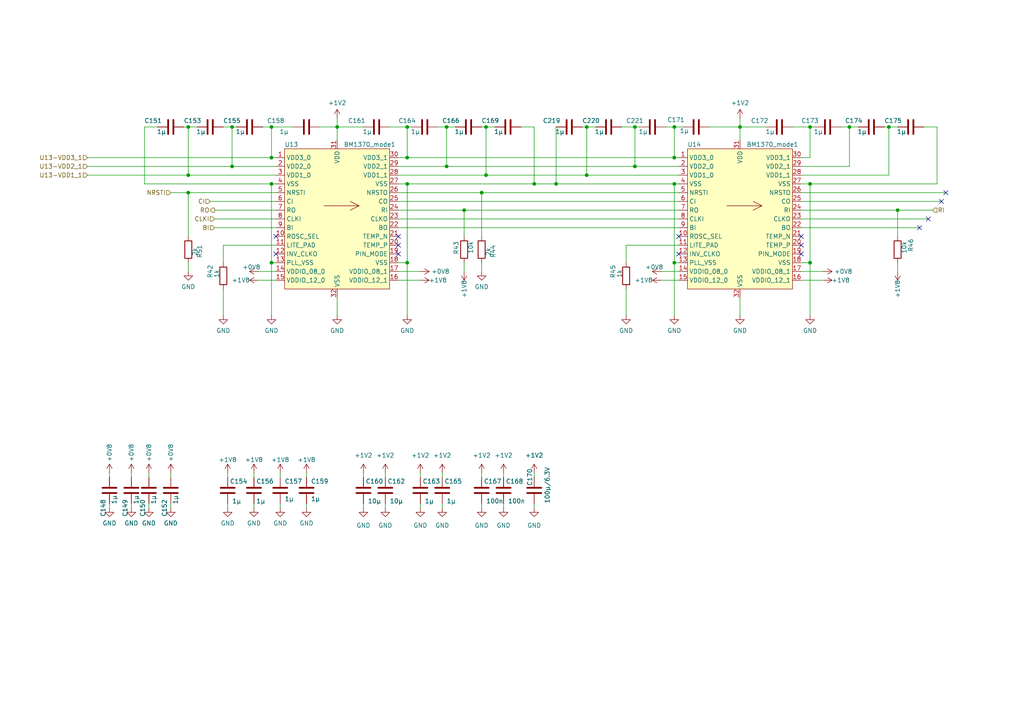
<source format=kicad_sch>
(kicad_sch (version 20231120) (generator "eeschema") (generator_version "8.0")
  (paper "A4")
  (lib_symbols
    (symbol "Device:C" (pin_numbers hide) (pin_names (offset 0.254))
      (property "Reference" "C" (at 0.635 2.54 0))
      (property "Value" "C" (at 0.635 -2.54 0))
      (symbol "C_0_1"
        (polyline (pts (xy -2.032 -0.762) (xy 2.032 -0.762)) (stroke (width 0.508)))
        (polyline (pts (xy -2.032 0.762) (xy 2.032 0.762)) (stroke (width 0.508)))
      )
      (symbol "C_1_1"
        (pin passive line (at 0 3.81 270) (length 2.794) (name "~") (number "1"))
        (pin passive line (at 0 -3.81 90) (length 2.794) (name "~") (number "2"))
      )
    )
    (symbol "Device:R" (pin_numbers hide) (pin_names (offset 0))
      (property "Reference" "R" (at 2.032 0 90))
      (property "Value" "R" (at 0 0 90))
      (symbol "R_0_1"
        (rectangle (start -1.016 -2.54) (end 1.016 2.54) (stroke (width 0.254)))
      )
      (symbol "R_1_1"
        (pin passive line (at 0 3.81 270) (length 1.27) (name "~") (number "1"))
        (pin passive line (at 0 -3.81 90) (length 1.27) (name "~") (number "2"))
      )
    )
    (symbol "GND_7" (power) (pin_names (offset 0))
      (property "Value" "GND_7" (at 0 -3.81 0))
      (symbol "GND_7_0_1"
        (polyline (pts (xy 0 0) (xy 0 -1.27) (xy 1.27 -1.27) (xy 0 -2.54) (xy -1.27 -1.27) (xy 0 -1.27)))
      )
      (symbol "GND_7_1_1"
        (pin power_in line (at 0 0 270) (length 0) hide (name "GND") (number "1"))
      )
    )
    (symbol "bitaxe:BM1370_mode1"
      (property "Reference" "U4" (at -15.24 21.59 0))
      (property "Value" "BM1370_mode1" (at 1.905 21.59 0))
      (symbol "BM1370_mode1_0_1"
        (rectangle (start -15.24 20.32) (end 15.24 -20.32) (fill (type background)))
        (polyline (pts (xy -3.81 3.81) (xy 6.35 3.81)))
        (polyline (pts (xy 3.81 2.54) (xy 6.35 3.81)))
        (polyline (pts (xy 3.81 5.08) (xy 6.35 3.81)))
      )
      (symbol "BM1370_mode1_1_1"
        (pin power_in line (at -17.78 17.78 0) (length 2.54) (name "VDD3_0") (number "1"))
        (pin unspecified line (at -17.78 -5.08 0) (length 2.54) (name "ROSC_SEL") (number "10"))
        (pin unspecified line (at -17.78 -7.62 0) (length 2.54) (name "LITE_PAD") (number "11"))
        (pin unspecified line (at -17.78 -10.16 0) (length 2.54) (name "INV_CLKO") (number "12"))
        (pin power_in line (at -17.78 -12.7 0) (length 2.54) (name "PLL_VSS") (number "13"))
        (pin power_in line (at -17.78 -15.24 0) (length 2.54) (name "VDDIO_08_0") (number "14"))
        (pin power_in line (at -17.78 -17.78 0) (length 2.54) (name "VDDIO_12_0") (number "15"))
        (pin power_in line (at 17.78 -17.78 180) (length 2.54) (name "VDDIO_12_1") (number "16"))
        (pin power_in line (at 17.78 -15.24 180) (length 2.54) (name "VDDIO_08_1") (number "17"))
        (pin power_in line (at 17.78 -12.7 180) (length 2.54) (name "VSS") (number "18"))
        (pin input line (at 17.78 -10.16 180) (length 2.54) (name "PIN_MODE") (number "19"))
        (pin power_in line (at -17.78 15.24 0) (length 2.54) (name "VDD2_0") (number "2"))
        (pin unspecified line (at 17.78 -7.62 180) (length 2.54) (name "TEMP_P") (number "20"))
        (pin unspecified line (at 17.78 -5.08 180) (length 2.54) (name "TEMP_N") (number "21"))
        (pin output line (at 17.78 -2.54 180) (length 2.54) (name "BO") (number "22"))
        (pin output line (at 17.78 0 180) (length 2.54) (name "CLKO") (number "23"))
        (pin input line (at 17.78 2.54 180) (length 2.54) (name "RI") (number "24"))
        (pin output line (at 17.78 5.08 180) (length 2.54) (name "CO") (number "25"))
        (pin output line (at 17.78 7.62 180) (length 2.54) (name "NRSTO") (number "26"))
        (pin power_in line (at 17.78 10.16 180) (length 2.54) (name "VSS") (number "27"))
        (pin power_in line (at 17.78 12.7 180) (length 2.54) (name "VDD1_1") (number "28"))
        (pin power_in line (at 17.78 15.24 180) (length 2.54) (name "VDD2_1") (number "29"))
        (pin power_in line (at -17.78 12.7 0) (length 2.54) (name "VDD1_0") (number "3"))
        (pin power_in line (at 17.78 17.78 180) (length 2.54) (name "VDD3_1") (number "30"))
        (pin power_in line (at 0 22.86 270) (length 2.54) (name "VDD") (number "31"))
        (pin power_in line (at 0 -22.86 90) (length 2.54) (name "VSS") (number "32"))
        (pin power_in line (at -17.78 10.16 0) (length 2.54) (name "VSS") (number "4"))
        (pin input line (at -17.78 7.62 0) (length 2.54) (name "NRSTI") (number "5"))
        (pin input line (at -17.78 5.08 0) (length 2.54) (name "CI") (number "6"))
        (pin output line (at -17.78 2.54 0) (length 2.54) (name "RO") (number "7"))
        (pin input line (at -17.78 0 0) (length 2.54) (name "CLKI") (number "8"))
        (pin input line (at -17.78 -2.54 0) (length 2.54) (name "BI") (number "9"))
      )
    )
    (symbol "mylib7:+0V8" (power) (exclude_from_sim yes) (in_bom no) (on_board no)
      (property "Value" "+0V8" (at 0 3.175 90))
      (symbol "+0V8_0_1"
        (polyline (pts (xy -0.762 1.27) (xy 0 2.54)))
        (polyline (pts (xy 0 0) (xy 0 2.54)))
        (polyline (pts (xy 0 2.54) (xy 0.762 1.27)))
      )
      (symbol "+0V8_1_1"
        (pin power_in line (at 0 0 90) (length 0) hide (name "+0V8") (number "1"))
      )
    )
    (symbol "power:+1V2" (power) (pin_names (offset 0))
      (property "Value" "+1V2" (at 0 3.556 0))
      (symbol "+1V2_0_1"
        (polyline (pts (xy -0.762 1.27) (xy 0 2.54)))
        (polyline (pts (xy 0 0) (xy 0 2.54)))
        (polyline (pts (xy 0 2.54) (xy 0.762 1.27)))
      )
      (symbol "+1V2_1_1"
        (pin power_in line (at 0 0 90) (length 0) hide (name "+1V2") (number "1"))
      )
    )
    (symbol "power:+1V8" (power) (pin_names (offset 0))
      (property "Value" "+1V8" (at 0 3.556 0))
      (symbol "+1V8_0_1"
        (polyline (pts (xy -0.762 1.27) (xy 0 2.54)))
        (polyline (pts (xy 0 0) (xy 0 2.54)))
        (polyline (pts (xy 0 2.54) (xy 0.762 1.27)))
      )
      (symbol "+1V8_1_1"
        (pin power_in line (at 0 0 90) (length 0) hide (name "+1V8") (number "1"))
      )
    )
    (symbol "power:GND" (power) (pin_names (offset 0))
      (property "Value" "GND" (at 0 -3.81 0))
      (symbol "GND_0_1"
        (polyline (pts (xy 0 0) (xy 0 -1.27) (xy 1.27 -1.27) (xy 0 -2.54) (xy -1.27 -1.27) (xy 0 -1.27)))
      )
      (symbol "GND_1_1"
        (pin power_in line (at 0 0 270) (length 0) hide (name "GND") (number "1"))
      )
    )
  )
  (junction (at 118.11 45.72))
  (junction (at 184.15 36.83))
  (junction (at 67.31 36.83))
  (junction (at 118.11 36.83))
  (junction (at 170.18 50.8))
  (junction (at 246.38 36.83))
  (junction (at 257.81 36.83))
  (junction (at 78.74 76.2))
  (junction (at 140.97 50.8))
  (junction (at 154.94 53.34))
  (junction (at 195.58 36.83))
  (junction (at 54.61 50.8))
  (junction (at 139.7 55.88))
  (junction (at 134.62 60.96))
  (junction (at 54.61 55.88))
  (junction (at 67.31 48.26))
  (junction (at 234.95 53.34))
  (junction (at 78.74 45.72))
  (junction (at 234.95 76.2))
  (junction (at 97.79 36.83))
  (junction (at 78.74 36.83))
  (junction (at 195.58 45.72))
  (junction (at 129.54 36.83))
  (junction (at 184.15 48.26))
  (junction (at 118.11 53.34))
  (junction (at 214.63 36.83))
  (junction (at 78.74 53.34))
  (junction (at 195.58 76.2))
  (junction (at 118.11 76.2))
  (junction (at 140.97 36.83))
  (junction (at 260.35 60.96))
  (junction (at 234.95 36.83))
  (junction (at 129.54 48.26))
  (junction (at 54.61 36.83))
  (junction (at 170.18 36.83))
  (junction (at 161.29 53.34))
  (junction (at 195.58 53.34))
  (no_connect (at 266.7 66.04))
  (no_connect (at 196.85 68.58))
  (no_connect (at 115.57 68.58))
  (no_connect (at 115.57 73.66))
  (no_connect (at 196.85 73.66))
  (no_connect (at 269.24 63.5))
  (no_connect (at 232.41 73.66))
  (no_connect (at 115.57 71.12))
  (no_connect (at 232.41 71.12))
  (no_connect (at 274.32 55.88))
  (no_connect (at 80.01 68.58))
  (no_connect (at 80.01 73.66))
  (no_connect (at 273.05 58.42))
  (no_connect (at 232.41 68.58))
  (wire (pts (xy 115.57 50.8) (xy 140.97 50.8)))
  (wire (pts (xy 139.7 146.05) (xy 139.7 147.32)))
  (wire (pts (xy 170.18 36.83) (xy 172.72 36.83)))
  (wire (pts (xy 78.74 45.72) (xy 80.01 45.72)))
  (wire (pts (xy 260.35 60.96) (xy 260.35 68.58)))
  (wire (pts (xy 271.78 53.34) (xy 271.78 36.83)))
  (wire (pts (xy 196.85 53.34) (xy 195.58 53.34)))
  (wire (pts (xy 154.94 36.83) (xy 151.13 36.83)))
  (wire (pts (xy 234.95 53.34) (xy 234.95 76.2)))
  (wire (pts (xy 246.38 48.26) (xy 246.38 36.83)))
  (wire (pts (xy 74.93 81.28) (xy 80.01 81.28)))
  (wire (pts (xy 234.95 53.34) (xy 271.78 53.34)))
  (wire (pts (xy 181.61 71.12) (xy 196.85 71.12)))
  (wire (pts (xy 214.63 34.29) (xy 214.63 36.83)))
  (wire (pts (xy 88.9 146.05) (xy 88.9 147.32)))
  (wire (pts (xy 121.92 146.05) (xy 121.92 147.32)))
  (wire (pts (xy 234.95 36.83) (xy 236.22 36.83)))
  (wire (pts (xy 191.77 81.28) (xy 196.85 81.28)))
  (wire (pts (xy 260.35 76.2) (xy 260.35 78.74)))
  (wire (pts (xy 232.41 53.34) (xy 234.95 53.34)))
  (wire (pts (xy 134.62 60.96) (xy 196.85 60.96)))
  (wire (pts (xy 97.79 34.29) (xy 97.79 36.83)))
  (wire (pts (xy 198.12 36.83) (xy 195.58 36.83)))
  (wire (pts (xy 181.61 83.82) (xy 181.61 91.44)))
  (wire (pts (xy 195.58 76.2) (xy 195.58 91.44)))
  (wire (pts (xy 88.9 138.43) (xy 88.9 137.16)))
  (wire (pts (xy 97.79 86.36) (xy 97.79 91.44)))
  (wire (pts (xy 161.29 53.34) (xy 195.58 53.34)))
  (wire (pts (xy 154.94 53.34) (xy 154.94 36.83)))
  (wire (pts (xy 139.7 36.83) (xy 140.97 36.83)))
  (wire (pts (xy 118.11 53.34) (xy 154.94 53.34)))
  (wire (pts (xy 154.94 53.34) (xy 161.29 53.34)))
  (wire (pts (xy 118.11 76.2) (xy 118.11 91.44)))
  (wire (pts (xy 43.18 137.16) (xy 43.18 138.43)))
  (wire (pts (xy 78.74 76.2) (xy 78.74 91.44)))
  (wire (pts (xy 78.74 53.34) (xy 78.74 76.2)))
  (wire (pts (xy 78.74 53.34) (xy 41.91 53.34)))
  (wire (pts (xy 128.27 146.05) (xy 128.27 147.32)))
  (wire (pts (xy 49.53 137.16) (xy 49.53 138.43)))
  (wire (pts (xy 64.77 71.12) (xy 64.77 76.2)))
  (wire (pts (xy 67.31 36.83) (xy 68.58 36.83)))
  (wire (pts (xy 115.57 66.04) (xy 196.85 66.04)))
  (wire (pts (xy 128.27 137.16) (xy 128.27 138.43)))
  (wire (pts (xy 73.66 137.16) (xy 73.66 138.43)))
  (wire (pts (xy 134.62 60.96) (xy 134.62 68.58)))
  (wire (pts (xy 191.77 78.74) (xy 196.85 78.74)))
  (wire (pts (xy 97.79 36.83) (xy 97.79 40.64)))
  (wire (pts (xy 271.78 36.83) (xy 267.97 36.83)))
  (wire (pts (xy 113.03 36.83) (xy 118.11 36.83)))
  (wire (pts (xy 115.57 45.72) (xy 118.11 45.72)))
  (wire (pts (xy 234.95 45.72) (xy 234.95 36.83)))
  (wire (pts (xy 31.75 137.16) (xy 31.75 138.43)))
  (wire (pts (xy 41.91 53.34) (xy 41.91 36.83)))
  (wire (pts (xy 54.61 76.2) (xy 54.61 78.74)))
  (wire (pts (xy 111.76 146.05) (xy 111.76 147.32)))
  (wire (pts (xy 154.94 137.16) (xy 154.94 138.43)))
  (wire (pts (xy 170.18 50.8) (xy 196.85 50.8)))
  (wire (pts (xy 81.28 138.43) (xy 81.28 137.16)))
  (wire (pts (xy 129.54 48.26) (xy 129.54 36.83)))
  (wire (pts (xy 54.61 36.83) (xy 57.15 36.83)))
  (wire (pts (xy 115.57 78.74) (xy 121.92 78.74)))
  (wire (pts (xy 232.41 76.2) (xy 234.95 76.2)))
  (wire (pts (xy 78.74 36.83) (xy 85.09 36.83)))
  (wire (pts (xy 31.75 146.05) (xy 31.75 147.32)))
  (wire (pts (xy 184.15 36.83) (xy 184.15 48.26)))
  (wire (pts (xy 129.54 48.26) (xy 184.15 48.26)))
  (wire (pts (xy 64.77 71.12) (xy 80.01 71.12)))
  (wire (pts (xy 232.41 55.88) (xy 274.32 55.88)))
  (wire (pts (xy 269.24 63.5) (xy 232.41 63.5)))
  (wire (pts (xy 38.1 146.05) (xy 38.1 147.32)))
  (wire (pts (xy 54.61 50.8) (xy 80.01 50.8)))
  (wire (pts (xy 115.57 53.34) (xy 118.11 53.34)))
  (wire (pts (xy 54.61 50.8) (xy 54.61 36.83)))
  (wire (pts (xy 115.57 81.28) (xy 121.92 81.28)))
  (wire (pts (xy 38.1 137.16) (xy 38.1 138.43)))
  (wire (pts (xy 257.81 36.83) (xy 260.35 36.83)))
  (wire (pts (xy 181.61 71.12) (xy 181.61 76.2)))
  (wire (pts (xy 161.29 36.83) (xy 161.29 53.34)))
  (wire (pts (xy 25.4 50.8) (xy 54.61 50.8)))
  (wire (pts (xy 195.58 76.2) (xy 196.85 76.2)))
  (wire (pts (xy 256.54 36.83) (xy 257.81 36.83)))
  (wire (pts (xy 232.41 81.28) (xy 238.76 81.28)))
  (wire (pts (xy 180.34 36.83) (xy 184.15 36.83)))
  (wire (pts (xy 232.41 66.04) (xy 266.7 66.04)))
  (wire (pts (xy 146.05 137.16) (xy 146.05 138.43)))
  (wire (pts (xy 64.77 83.82) (xy 64.77 91.44)))
  (wire (pts (xy 54.61 55.88) (xy 54.61 68.58)))
  (wire (pts (xy 25.4 45.72) (xy 78.74 45.72)))
  (wire (pts (xy 214.63 36.83) (xy 222.25 36.83)))
  (wire (pts (xy 170.18 36.83) (xy 170.18 50.8)))
  (wire (pts (xy 62.23 63.5) (xy 80.01 63.5)))
  (wire (pts (xy 195.58 45.72) (xy 196.85 45.72)))
  (wire (pts (xy 140.97 36.83) (xy 143.51 36.83)))
  (wire (pts (xy 41.91 36.83) (xy 45.72 36.83)))
  (wire (pts (xy 195.58 53.34) (xy 195.58 76.2)))
  (wire (pts (xy 115.57 58.42) (xy 196.85 58.42)))
  (wire (pts (xy 127 36.83) (xy 129.54 36.83)))
  (wire (pts (xy 140.97 50.8) (xy 170.18 50.8)))
  (wire (pts (xy 232.41 48.26) (xy 246.38 48.26)))
  (wire (pts (xy 67.31 48.26) (xy 67.31 36.83)))
  (wire (pts (xy 115.57 48.26) (xy 129.54 48.26)))
  (wire (pts (xy 168.91 36.83) (xy 170.18 36.83)))
  (wire (pts (xy 115.57 60.96) (xy 134.62 60.96)))
  (wire (pts (xy 139.7 76.2) (xy 139.7 78.74)))
  (wire (pts (xy 74.93 78.74) (xy 80.01 78.74)))
  (wire (pts (xy 43.18 146.05) (xy 43.18 147.32)))
  (wire (pts (xy 232.41 45.72) (xy 234.95 45.72)))
  (wire (pts (xy 205.74 36.83) (xy 214.63 36.83)))
  (wire (pts (xy 25.4 48.26) (xy 67.31 48.26)))
  (wire (pts (xy 111.76 137.16) (xy 111.76 138.43)))
  (wire (pts (xy 62.23 66.04) (xy 80.01 66.04)))
  (wire (pts (xy 118.11 36.83) (xy 119.38 36.83)))
  (wire (pts (xy 64.77 36.83) (xy 67.31 36.83)))
  (wire (pts (xy 118.11 45.72) (xy 195.58 45.72)))
  (wire (pts (xy 214.63 86.36) (xy 214.63 91.44)))
  (wire (pts (xy 195.58 36.83) (xy 195.58 45.72)))
  (wire (pts (xy 67.31 48.26) (xy 80.01 48.26)))
  (wire (pts (xy 105.41 137.16) (xy 105.41 138.43)))
  (wire (pts (xy 232.41 78.74) (xy 238.76 78.74)))
  (wire (pts (xy 92.71 36.83) (xy 97.79 36.83)))
  (wire (pts (xy 115.57 63.5) (xy 196.85 63.5)))
  (wire (pts (xy 62.23 60.96) (xy 80.01 60.96)))
  (wire (pts (xy 105.41 146.05) (xy 105.41 147.32)))
  (wire (pts (xy 140.97 50.8) (xy 140.97 36.83)))
  (wire (pts (xy 229.87 36.83) (xy 234.95 36.83)))
  (wire (pts (xy 73.66 146.05) (xy 73.66 147.32)))
  (wire (pts (xy 243.84 36.83) (xy 246.38 36.83)))
  (wire (pts (xy 134.62 76.2) (xy 134.62 78.74)))
  (wire (pts (xy 139.7 55.88) (xy 196.85 55.88)))
  (wire (pts (xy 234.95 76.2) (xy 234.95 91.44)))
  (wire (pts (xy 129.54 36.83) (xy 132.08 36.83)))
  (wire (pts (xy 53.34 36.83) (xy 54.61 36.83)))
  (wire (pts (xy 49.53 146.05) (xy 49.53 147.32)))
  (wire (pts (xy 214.63 36.83) (xy 214.63 40.64)))
  (wire (pts (xy 139.7 55.88) (xy 139.7 68.58)))
  (wire (pts (xy 54.61 55.88) (xy 80.01 55.88)))
  (wire (pts (xy 78.74 76.2) (xy 80.01 76.2)))
  (wire (pts (xy 118.11 45.72) (xy 118.11 36.83)))
  (wire (pts (xy 232.41 60.96) (xy 260.35 60.96)))
  (wire (pts (xy 273.05 58.42) (xy 232.41 58.42)))
  (wire (pts (xy 66.04 146.05) (xy 66.04 147.32)))
  (wire (pts (xy 115.57 55.88) (xy 139.7 55.88)))
  (wire (pts (xy 184.15 36.83) (xy 185.42 36.83)))
  (wire (pts (xy 81.28 146.05) (xy 81.28 147.32)))
  (wire (pts (xy 257.81 50.8) (xy 257.81 36.83)))
  (wire (pts (xy 60.96 58.42) (xy 80.01 58.42)))
  (wire (pts (xy 139.7 137.16) (xy 139.7 138.43)))
  (wire (pts (xy 76.2 36.83) (xy 78.74 36.83)))
  (wire (pts (xy 115.57 76.2) (xy 118.11 76.2)))
  (wire (pts (xy 193.04 36.83) (xy 195.58 36.83)))
  (wire (pts (xy 121.92 137.16) (xy 121.92 138.43)))
  (wire (pts (xy 146.05 146.05) (xy 146.05 147.32)))
  (wire (pts (xy 232.41 50.8) (xy 257.81 50.8)))
  (wire (pts (xy 118.11 53.34) (xy 118.11 76.2)))
  (wire (pts (xy 184.15 48.26) (xy 196.85 48.26)))
  (wire (pts (xy 246.38 36.83) (xy 248.92 36.83)))
  (wire (pts (xy 260.35 60.96) (xy 270.51 60.96)))
  (wire (pts (xy 97.79 36.83) (xy 105.41 36.83)))
  (wire (pts (xy 66.04 137.16) (xy 66.04 138.43)))
  (wire (pts (xy 78.74 36.83) (xy 78.74 45.72)))
  (wire (pts (xy 80.01 53.34) (xy 78.74 53.34)))
  (wire (pts (xy 49.53 55.88) (xy 54.61 55.88)))
  (wire (pts (xy 154.94 146.05) (xy 154.94 147.32)))
  (hierarchical_label "RI" (shape input) (at 270.51 60.96 0))
  (hierarchical_label "BI" (shape input) (at 62.23 66.04 180))
  (hierarchical_label "CI" (shape input) (at 60.96 58.42 180))
  (hierarchical_label "RO" (shape output) (at 62.23 60.96 180))
  (hierarchical_label "NRSTI" (shape input) (at 49.53 55.88 180))
  (hierarchical_label "U13-VDD1_1" (shape input) (at 25.4 50.8 180))
  (hierarchical_label "U13-VDD3_1" (shape input) (at 25.4 45.72 180))
  (hierarchical_label "CLKI" (shape input) (at 62.23 63.5 180))
  (hierarchical_label "U13-VDD2_1" (shape input) (at 25.4 48.26 180))
  (symbol (lib_id "power:+1V2") (at 139.7 137.16 0) (unit 1)
    (property "Reference" "#PWR0303" (effects (hide yes)))
    (property "Value" "+1V2" (at 139.7 132.08 0))
  )
  (symbol (lib_id "Device:C") (at 123.19 36.83 90) (unit 1)
    (property "Reference" "C164" (at 120.65 34.29 90) (effects (justify left bottom)))
    (property "Value" "1µ" (at 121.92 37.465 90) (effects (justify left bottom)))
    (property "Footprint" "Capacitor_SMD:C_0805_2012Metric" (effects (hide yes)))
  )
  (symbol (lib_id "power:GND") (at 64.77 91.44 0) (mirror y) (unit 1)
    (property "Reference" "#PWR0278" (effects (hide yes)))
    (property "Value" "GND" (at 64.77 95.885 0))
  )
  (symbol (lib_id "Device:C") (at 121.92 142.24 0) (unit 1)
    (property "Reference" "C163" (at 122.555 140.335 0) (effects (justify left bottom)))
    (property "Value" "1µ" (at 123.19 146.05 0) (effects (justify left bottom)))
    (property "Footprint" "Capacitor_SMD:C_0805_2012Metric" (effects (hide yes)))
  )
  (symbol (lib_id "power:+1V8") (at 88.9 137.16 0) (unit 1)
    (property "Reference" "#PWR0287" (effects (hide yes)))
    (property "Value" "+1V8" (at 88.9 133.35 0))
  )
  (symbol (lib_id "power:+1V8") (at 81.28 137.16 0) (unit 1)
    (property "Reference" "#PWR0285" (effects (hide yes)))
    (property "Value" "+1V8" (at 81.28 133.35 0))
  )
  (symbol (lib_id "Device:C") (at 165.1 36.83 90) (unit 1)
    (property "Reference" "C219" (at 162.56 34.29 90) (effects (justify left bottom)))
    (property "Value" "1µ" (at 163.83 37.465 90) (effects (justify left bottom)))
    (property "Footprint" "Capacitor_SMD:C_0805_2012Metric" (effects (hide yes)))
  )
  (symbol (lib_id "Device:C") (at 264.16 36.83 90) (unit 1)
    (property "Reference" "C175" (at 261.62 34.29 90) (effects (justify left bottom)))
    (property "Value" "1µ" (at 262.89 37.465 90) (effects (justify left bottom)))
    (property "Footprint" "Capacitor_SMD:C_0805_2012Metric" (effects (hide yes)))
  )
  (symbol (lib_id "power:GND") (at 139.7 78.74 0) (mirror y) (unit 1)
    (property "Reference" "#PWR0302" (effects (hide yes)))
    (property "Value" "GND" (at 139.7 83.185 0))
  )
  (symbol (lib_id "power:+1V8") (at 134.62 78.74 180) (unit 1)
    (property "Reference" "#PWR0301" (effects (hide yes)))
    (property "Value" "+1V8" (at 134.62 83.82 90))
  )
  (symbol (lib_id "Device:C") (at 66.04 142.24 0) (unit 1)
    (property "Reference" "C154" (at 66.675 140.335 0) (effects (justify left bottom)))
    (property "Value" "1µ" (at 67.31 146.05 0) (effects (justify left bottom)))
    (property "Footprint" "Capacitor_SMD:C_0805_2012Metric" (effects (hide yes)))
  )
  (symbol (lib_id "power:+1V8") (at 73.66 137.16 0) (unit 1)
    (property "Reference" "#PWR0281" (effects (hide yes)))
    (property "Value" "+1V8" (at 73.66 133.35 0))
  )
  (symbol (lib_id "mylib7:+0V8") (at 38.1 137.16 0) (unit 1)
    (property "Reference" "#U027" (effects (hide yes)))
    (property "Value" "+0V8" (at 38.1 133.985 90) (effects (justify left)))
    (property "Distributor" "-" (effects (hide yes)))
  )
  (symbol (lib_id "Device:C") (at 88.9 142.24 0) (unit 1)
    (property "Reference" "C159" (at 90.17 140.335 0) (effects (justify left bottom)))
    (property "Value" "1µ" (at 90.17 145.415 0) (effects (justify left bottom)))
    (property "Footprint" "Capacitor_SMD:C_0805_2012Metric" (effects (hide yes)))
  )
  (symbol (lib_id "power:+1V2") (at 214.63 34.29 0) (unit 1)
    (property "Reference" "#PWR0312" (effects (hide yes)))
    (property "Value" "+1V2" (at 214.63 29.845 0))
  )
  (symbol (lib_id "power:+1V2") (at 128.27 137.16 0) (unit 1)
    (property "Reference" "#PWR0299" (effects (hide yes)))
    (property "Value" "+1V2" (at 128.27 132.08 0))
  )
  (symbol (lib_id "Device:C") (at 109.22 36.83 90) (unit 1)
    (property "Reference" "C161" (at 106.045 34.29 90) (effects (justify left bottom)))
    (property "Value" "1µ" (at 107.95 37.465 90) (effects (justify left bottom)))
    (property "Footprint" "Capacitor_SMD:C_0805_2012Metric" (effects (hide yes)))
  )
  (symbol (lib_id "power:+1V8") (at 121.92 81.28 270) (unit 1)
    (property "Reference" "#PWR0296" (effects (hide yes)))
    (property "Value" "+1V8" (at 127 81.28 90))
  )
  (symbol (lib_id "bitaxe:BM1370_mode1") (at 97.79 63.5 0) (unit 1)
    (property "Reference" "U13" (at 82.55 41.91 0) (effects (justify left)))
    (property "Value" "BM1370_mode1" (at 99.695 41.91 0) (effects (justify left)))
    (property "Footprint" "Nerd8:BM1370" (effects (hide yes)))
  )
  (symbol (lib_id "power:GND") (at 195.58 91.44 0) (mirror y) (unit 1)
    (property "Reference" "#PWR0311" (effects (hide yes)))
    (property "Value" "GND" (at 195.58 95.885 0))
  )
  (symbol (lib_id "Device:R") (at 260.35 72.39 0) (unit 1)
    (property "Reference" "R46" (at 264.16 71.12 90))
    (property "Value" "10k" (at 262.255 71.755 90))
    (property "Footprint" "Resistor_SMD:R_0805_2012Metric" (effects (hide yes)))
  )
  (symbol (lib_name "GND_7") (lib_id "power:GND") (at 121.92 147.32 0) (unit 1)
    (property "Reference" "#PWR0298" (effects (hide yes)))
    (property "Value" "GND" (at 121.92 152.4 0))
  )
  (symbol (lib_id "power:GND") (at 78.74 91.44 0) (mirror y) (unit 1)
    (property "Reference" "#PWR0284" (effects (hide yes)))
    (property "Value" "GND" (at 78.74 95.885 0))
  )
  (symbol (lib_id "Device:C") (at 240.03 36.83 90) (unit 1)
    (property "Reference" "C173" (at 237.49 34.29 90) (effects (justify left bottom)))
    (property "Value" "1µ" (at 238.76 37.465 90) (effects (justify left bottom)))
    (property "Footprint" "Capacitor_SMD:C_0805_2012Metric" (effects (hide yes)))
  )
  (symbol (lib_id "mylib7:+0V8") (at 74.93 78.74 90) (unit 1)
    (property "Reference" "#U032" (effects (hide yes)))
    (property "Value" "+0V8" (at 75.565 77.47 90) (effects (justify left)))
    (property "Distributor" "-" (effects (hide yes)))
  )
  (symbol (lib_id "power:+1V8") (at 74.93 81.28 90) (unit 1)
    (property "Reference" "#PWR0283" (effects (hide yes)))
    (property "Value" "+1V8" (at 69.85 81.28 90))
  )
  (symbol (lib_id "power:+1V2") (at 105.41 137.16 0) (unit 1)
    (property "Reference" "#PWR0291" (effects (hide yes)))
    (property "Value" "+1V2" (at 105.41 132.08 0))
  )
  (symbol (lib_id "power:GND") (at 43.18 147.32 0) (mirror y) (unit 1)
    (property "Reference" "#PWR0276" (effects (hide yes)))
    (property "Value" "GND" (at 43.18 151.765 0))
  )
  (symbol (lib_id "Device:C") (at 73.66 142.24 0) (unit 1)
    (property "Reference" "C156" (at 74.295 140.335 0) (effects (justify left bottom)))
    (property "Value" "1µ" (at 74.295 146.05 0) (effects (justify left bottom)))
    (property "Footprint" "Capacitor_SMD:C_0805_2012Metric" (effects (hide yes)))
  )
  (symbol (lib_id "power:+1V2") (at 121.92 137.16 0) (unit 1)
    (property "Reference" "#PWR0297" (effects (hide yes)))
    (property "Value" "+1V2" (at 121.92 132.08 0))
  )
  (symbol (lib_id "power:GND") (at 73.66 147.32 0) (mirror y) (unit 1)
    (property "Reference" "#PWR0282" (effects (hide yes)))
    (property "Value" "GND" (at 73.66 151.765 0))
  )
  (symbol (lib_id "power:+1V2") (at 154.94 137.16 0) (unit 1)
    (property "Reference" "#PWR0308" (effects (hide yes)))
    (property "Value" "+1V2" (at 154.94 132.08 0))
  )
  (symbol (lib_id "Device:C") (at 176.53 36.83 90) (unit 1)
    (property "Reference" "C220" (at 173.99 34.29 90) (effects (justify left bottom)))
    (property "Value" "1µ" (at 175.26 37.465 90) (effects (justify left bottom)))
    (property "Footprint" "Capacitor_SMD:C_0805_2012Metric" (effects (hide yes)))
  )
  (symbol (lib_id "bitaxe:BM1370_mode1") (at 214.63 63.5 0) (unit 1)
    (property "Reference" "U14" (at 199.39 41.91 0) (effects (justify left)))
    (property "Value" "BM1370_mode1" (at 216.535 41.91 0) (effects (justify left)))
    (property "Footprint" "Nerd8:BM1370" (effects (hide yes)))
  )
  (symbol (lib_id "power:+1V2") (at 97.79 34.29 0) (unit 1)
    (property "Reference" "#PWR0289" (effects (hide yes)))
    (property "Value" "+1V2" (at 97.79 29.845 0))
  )
  (symbol (lib_name "GND_7") (lib_id "power:GND") (at 105.41 147.32 0) (unit 1)
    (property "Reference" "#PWR0292" (effects (hide yes)))
    (property "Value" "GND" (at 105.41 152.4 0))
  )
  (symbol (lib_id "Device:C") (at 135.89 36.83 90) (unit 1)
    (property "Reference" "C166" (at 133.35 34.29 90) (effects (justify left bottom)))
    (property "Value" "1µ" (at 134.62 37.465 90) (effects (justify left bottom)))
    (property "Footprint" "Capacitor_SMD:C_0805_2012Metric" (effects (hide yes)))
  )
  (symbol (lib_name "GND_7") (lib_id "power:GND") (at 146.05 147.32 0) (unit 1)
    (property "Reference" "#PWR0307" (effects (hide yes)))
    (property "Value" "GND" (at 146.05 152.4 0))
  )
  (symbol (lib_id "Device:C") (at 189.23 36.83 90) (unit 1)
    (property "Reference" "C221" (at 186.69 34.29 90) (effects (justify left bottom)))
    (property "Value" "1µ" (at 187.96 37.465 90) (effects (justify left bottom)))
    (property "Footprint" "Capacitor_SMD:C_0805_2012Metric" (effects (hide yes)))
  )
  (symbol (lib_id "power:GND") (at 81.28 147.32 0) (mirror y) (unit 1)
    (property "Reference" "#PWR0286" (effects (hide yes)))
    (property "Value" "GND" (at 81.28 151.765 0))
  )
  (symbol (lib_id "Device:C") (at 43.18 142.24 180) (unit 1)
    (property "Reference" "C150" (at 40.64 144.78 90) (effects (justify left bottom)))
    (property "Value" "1µ" (at 43.815 143.51 90) (effects (justify left bottom)))
    (property "Footprint" "Capacitor_SMD:C_0805_2012Metric" (effects (hide yes)))
  )
  (symbol (lib_id "Device:C") (at 49.53 36.83 90) (unit 1)
    (property "Reference" "C151" (at 46.99 34.29 90) (effects (justify left bottom)))
    (property "Value" "1µ" (at 48.26 37.465 90) (effects (justify left bottom)))
    (property "Footprint" "Capacitor_SMD:C_0805_2012Metric" (effects (hide yes)))
  )
  (symbol (lib_id "mylib7:+0V8") (at 191.77 78.74 90) (unit 1)
    (property "Reference" "#U035" (effects (hide yes)))
    (property "Value" "+0V8" (at 192.405 77.47 90) (effects (justify left)))
    (property "Distributor" "-" (effects (hide yes)))
  )
  (symbol (lib_id "power:+1V8") (at 260.35 78.74 180) (unit 1)
    (property "Reference" "#PWR0316" (effects (hide yes)))
    (property "Value" "+1V8" (at 260.35 83.82 90))
  )
  (symbol (lib_id "Device:C") (at 111.76 142.24 0) (unit 1)
    (property "Reference" "C162" (at 112.395 140.335 0) (effects (justify left bottom)))
    (property "Value" "10µ" (at 113.03 146.05 0) (effects (justify left bottom)))
    (property "Footprint" "Capacitor_SMD:C_0805_2012Metric" (effects (hide yes)))
    (property "Distributor" "D" (effects (hide yes)))
    (property "Manufacturer" "C2012X5R1E106K125AB" (effects (hide yes)))
    (property "OrderNr" "445-5984-1-ND" (effects (hide yes)))
  )
  (symbol (lib_id "power:+1V8") (at 191.77 81.28 90) (unit 1)
    (property "Reference" "#PWR0310" (effects (hide yes)))
    (property "Value" "+1V8" (at 186.69 81.28 90))
  )
  (symbol (lib_id "Device:R") (at 54.61 72.39 0) (mirror x) (unit 1)
    (property "Reference" "R51" (at 57.912 72.898 90))
    (property "Value" "2k" (at 56.515 73.025 90))
    (property "Footprint" "Resistor_SMD:R_0805_2012Metric" (effects (hide yes)))
  )
  (symbol (lib_id "mylib7:+0V8") (at 43.18 137.16 0) (unit 1)
    (property "Reference" "#U028" (effects (hide yes)))
    (property "Value" "+0V8" (at 43.18 133.985 90) (effects (justify left)))
    (property "Distributor" "-" (effects (hide yes)))
  )
  (symbol (lib_id "Device:C") (at 201.93 36.83 90) (unit 1)
    (property "Reference" "C171" (at 198.628 34.036 90) (effects (justify left bottom)))
    (property "Value" "1µ" (at 199.898 37.211 90) (effects (justify left bottom)))
    (property "Footprint" "Capacitor_SMD:C_0805_2012Metric" (effects (hide yes)))
  )
  (symbol (lib_id "Device:C") (at 60.96 36.83 90) (unit 1)
    (property "Reference" "C153" (at 58.42 34.29 90) (effects (justify left bottom)))
    (property "Value" "1µ" (at 59.69 37.465 90) (effects (justify left bottom)))
    (property "Footprint" "Capacitor_SMD:C_0805_2012Metric" (effects (hide yes)))
  )
  (symbol (lib_id "Device:C") (at 147.32 36.83 90) (unit 1)
    (property "Reference" "C169" (at 144.78 34.29 90) (effects (justify left bottom)))
    (property "Value" "1µ" (at 146.05 37.465 90) (effects (justify left bottom)))
    (property "Footprint" "Capacitor_SMD:C_0805_2012Metric" (effects (hide yes)))
  )
  (symbol (lib_id "power:GND") (at 31.75 147.32 0) (mirror y) (unit 1)
    (property "Reference" "#PWR0274" (effects (hide yes)))
    (property "Value" "GND" (at 31.75 151.765 0))
  )
  (symbol (lib_name "GND_7") (lib_id "power:GND") (at 128.27 147.32 0) (unit 1)
    (property "Reference" "#PWR0300" (effects (hide yes)))
    (property "Value" "GND" (at 128.27 152.4 0))
  )
  (symbol (lib_id "mylib7:+0V8") (at 31.75 137.16 0) (unit 1)
    (property "Reference" "#U026" (effects (hide yes)))
    (property "Value" "+0V8" (at 31.75 133.985 90) (effects (justify left)))
    (property "Distributor" "-" (effects (hide yes)))
  )
  (symbol (lib_id "Device:R") (at 64.77 80.01 0) (mirror y) (unit 1)
    (property "Reference" "R42" (at 60.96 78.74 90))
    (property "Value" "1k" (at 62.865 79.375 90))
    (property "Footprint" "Resistor_SMD:R_0805_2012Metric" (effects (hide yes)))
  )
  (symbol (lib_id "mylib7:+0V8") (at 121.92 78.74 270) (unit 1)
    (property "Reference" "#U033" (effects (hide yes)))
    (property "Value" "+0V8" (at 125.095 78.74 90) (effects (justify left)))
    (property "Distributor" "-" (effects (hide yes)))
  )
  (symbol (lib_id "Device:C") (at 31.75 142.24 180) (unit 1)
    (property "Reference" "C148" (at 29.21 144.78 90) (effects (justify left bottom)))
    (property "Value" "1µ" (at 32.385 143.51 90) (effects (justify left bottom)))
    (property "Footprint" "Capacitor_SMD:C_0805_2012Metric" (effects (hide yes)))
  )
  (symbol (lib_id "Device:C") (at 38.1 142.24 180) (unit 1)
    (property "Reference" "C149" (at 35.56 144.78 90) (effects (justify left bottom)))
    (property "Value" "1µ" (at 38.735 143.51 90) (effects (justify left bottom)))
    (property "Footprint" "Capacitor_SMD:C_0805_2012Metric" (effects (hide yes)))
  )
  (symbol (lib_id "power:GND") (at 118.11 91.44 0) (mirror y) (unit 1)
    (property "Reference" "#PWR0295" (effects (hide yes)))
    (property "Value" "GND" (at 118.11 95.885 0))
  )
  (symbol (lib_id "power:GND") (at 214.63 91.44 0) (mirror y) (unit 1)
    (property "Reference" "#PWR0313" (effects (hide yes)))
    (property "Value" "GND" (at 214.63 95.885 0))
  )
  (symbol (lib_id "Device:C") (at 146.05 142.24 0) (unit 1)
    (property "Reference" "C168" (at 146.685 140.335 0) (effects (justify left bottom)))
    (property "Value" "100n" (at 147.32 146.05 0) (effects (justify left bottom)))
    (property "Footprint" "Capacitor_SMD:C_0805_2012Metric" (effects (hide yes)))
  )
  (symbol (lib_id "Device:C") (at 49.53 142.24 180) (unit 1)
    (property "Reference" "C152" (at 46.99 144.78 90) (effects (justify left bottom)))
    (property "Value" "1µ" (at 50.165 143.51 90) (effects (justify left bottom)))
    (property "Footprint" "Capacitor_SMD:C_0805_2012Metric" (effects (hide yes)))
  )
  (symbol (lib_name "GND_7") (lib_id "power:GND") (at 111.76 147.32 0) (unit 1)
    (property "Reference" "#PWR0294" (effects (hide yes)))
    (property "Value" "GND" (at 111.76 152.4 0))
  )
  (symbol (lib_id "power:GND") (at 66.04 147.32 0) (mirror y) (unit 1)
    (property "Reference" "#PWR0280" (effects (hide yes)))
    (property "Value" "GND" (at 66.04 151.765 0))
  )
  (symbol (lib_id "power:+1V8") (at 66.04 137.16 0) (unit 1)
    (property "Reference" "#PWR0279" (effects (hide yes)))
    (property "Value" "+1V8" (at 66.04 133.35 0))
  )
  (symbol (lib_id "Device:R") (at 181.61 80.01 0) (mirror y) (unit 1)
    (property "Reference" "R45" (at 177.8 78.74 90))
    (property "Value" "1k" (at 179.705 79.375 90))
    (property "Footprint" "Resistor_SMD:R_0805_2012Metric" (effects (hide yes)))
  )
  (symbol (lib_id "Device:C") (at 88.9 36.83 90) (unit 1)
    (property "Reference" "C158" (at 82.55 34.29 90) (effects (justify left bottom)))
    (property "Value" "1µ" (at 83.82 37.465 90) (effects (justify left bottom)))
    (property "Footprint" "Capacitor_SMD:C_0805_2012Metric" (effects (hide yes)))
  )
  (symbol (lib_id "power:GND") (at 97.79 91.44 0) (mirror y) (unit 1)
    (property "Reference" "#PWR0290" (effects (hide yes)))
    (property "Value" "GND" (at 97.79 95.885 0))
  )
  (symbol (lib_id "Device:R") (at 134.62 72.39 0) (unit 1)
    (property "Reference" "R43" (at 132.334 71.882 90))
    (property "Value" "10k" (at 136.525 71.755 90))
    (property "Footprint" "Resistor_SMD:R_0805_2012Metric" (effects (hide yes)))
  )
  (symbol (lib_id "power:GND") (at 54.61 78.74 0) (mirror y) (unit 1)
    (property "Reference" "#PWR0341" (effects (hide yes)))
    (property "Value" "GND" (at 54.61 83.185 0))
  )
  (symbol (lib_id "power:GND") (at 49.53 147.32 0) (mirror y) (unit 1)
    (property "Reference" "#PWR0277" (effects (hide yes)))
    (property "Value" "GND" (at 49.53 151.765 0))
  )
  (symbol (lib_id "Device:C") (at 128.27 142.24 0) (unit 1)
    (property "Reference" "C165" (at 128.905 140.335 0) (effects (justify left bottom)))
    (property "Value" "1µ" (at 129.54 146.05 0) (effects (justify left bottom)))
    (property "Footprint" "Capacitor_SMD:C_0805_2012Metric" (effects (hide yes)))
  )
  (symbol (lib_id "power:GND") (at 38.1 147.32 0) (mirror y) (unit 1)
    (property "Reference" "#PWR0275" (effects (hide yes)))
    (property "Value" "GND" (at 38.1 151.765 0))
  )
  (symbol (lib_id "Device:C") (at 226.06 36.83 90) (unit 1)
    (property "Reference" "C172" (at 222.885 34.29 90) (effects (justify left bottom)))
    (property "Value" "1µ" (at 224.79 37.465 90) (effects (justify left bottom)))
    (property "Footprint" "Capacitor_SMD:C_0805_2012Metric" (effects (hide yes)))
  )
  (symbol (lib_id "Device:C") (at 154.94 142.24 0) (unit 1)
    (property "Reference" "C170" (at 153.67 140.97 90) (effects (justify left)))
    (property "Value" "100µ/6.3V" (at 158.75 146.05 90) (effects (justify left)))
    (property "Footprint" "Capacitor_SMD:C_1210_3225Metric" (effects (hide yes)))
    (property "Distributor" "D" (effects (hide yes)))
    (property "Manufacturer" "C1210C107M8PAC7800" (effects (hide yes)))
    (property "OrderNr" "399-C1210C107M8PAC7800CT-ND" (effects (hide yes)))
  )
  (symbol (lib_id "Device:C") (at 252.73 36.83 90) (unit 1)
    (property "Reference" "C174" (at 250.19 34.29 90) (effects (justify left bottom)))
    (property "Value" "1µ" (at 251.46 37.465 90) (effects (justify left bottom)))
    (property "Footprint" "Capacitor_SMD:C_0805_2012Metric" (effects (hide yes)))
  )
  (symbol (lib_id "power:GND") (at 234.95 91.44 0) (mirror y) (unit 1)
    (property "Reference" "#PWR0314" (effects (hide yes)))
    (property "Value" "GND" (at 234.95 95.885 0))
  )
  (symbol (lib_id "mylib7:+0V8") (at 238.76 78.74 270) (unit 1)
    (property "Reference" "#U036" (effects (hide yes)))
    (property "Value" "+0V8" (at 241.935 78.74 90) (effects (justify left)))
    (property "Distributor" "-" (effects (hide yes)))
  )
  (symbol (lib_id "power:+1V2") (at 146.05 137.16 0) (unit 1)
    (property "Reference" "#PWR0306" (effects (hide yes)))
    (property "Value" "+1V2" (at 146.05 132.08 0))
  )
  (symbol (lib_id "power:GND") (at 154.94 147.32 0) (mirror y) (unit 1)
    (property "Reference" "#PWR0309" (effects (hide yes)))
    (property "Value" "GND" (at 154.94 152.4 0))
  )
  (symbol (lib_id "Device:C") (at 105.41 142.24 0) (unit 1)
    (property "Reference" "C160" (at 106.045 140.335 0) (effects (justify left bottom)))
    (property "Value" "10µ" (at 106.68 146.05 0) (effects (justify left bottom)))
    (property "Footprint" "Capacitor_SMD:C_0805_2012Metric" (effects (hide yes)))
    (property "Distributor" "D" (effects (hide yes)))
    (property "Manufacturer" "C2012X5R1E106K125AB" (effects (hide yes)))
    (property "OrderNr" "445-5984-1-ND" (effects (hide yes)))
  )
  (symbol (lib_id "mylib7:+0V8") (at 49.53 137.16 0) (unit 1)
    (property "Reference" "#U030" (effects (hide yes)))
    (property "Value" "+0V8" (at 49.53 133.985 90) (effects (justify left)))
    (property "Distributor" "-" (effects (hide yes)))
  )
  (symbol (lib_id "power:+1V8") (at 238.76 81.28 270) (unit 1)
    (property "Reference" "#PWR0315" (effects (hide yes)))
    (property "Value" "+1V8" (at 243.84 81.28 90))
  )
  (symbol (lib_id "power:GND") (at 181.61 91.44 0) (mirror y) (unit 1)
    (property "Reference" "#PWR0305" (effects (hide yes)))
    (property "Value" "GND" (at 181.61 95.885 0))
  )
  (symbol (lib_id "Device:C") (at 139.7 142.24 0) (unit 1)
    (property "Reference" "C167" (at 140.335 140.335 0) (effects (justify left bottom)))
    (property "Value" "100n" (at 140.97 146.05 0) (effects (justify left bottom)))
    (property "Footprint" "Capacitor_SMD:C_0805_2012Metric" (effects (hide yes)))
  )
  (symbol (lib_id "power:+1V2") (at 111.76 137.16 0) (unit 1)
    (property "Reference" "#PWR0293" (effects (hide yes)))
    (property "Value" "+1V2" (at 111.76 132.08 0))
  )
  (symbol (lib_id "Device:C") (at 72.39 36.83 90) (unit 1)
    (property "Reference" "C155" (at 69.85 34.29 90) (effects (justify left bottom)))
    (property "Value" "1µ" (at 71.12 37.465 90) (effects (justify left bottom)))
    (property "Footprint" "Capacitor_SMD:C_0805_2012Metric" (effects (hide yes)))
  )
  (symbol (lib_name "GND_7") (lib_id "power:GND") (at 139.7 147.32 0) (unit 1)
    (property "Reference" "#PWR0304" (effects (hide yes)))
    (property "Value" "GND" (at 139.7 152.4 0))
  )
  (symbol (lib_id "power:GND") (at 88.9 147.32 0) (mirror y) (unit 1)
    (property "Reference" "#PWR0288" (effects (hide yes)))
    (property "Value" "GND" (at 88.9 151.765 0))
  )
  (symbol (lib_id "Device:C") (at 81.28 142.24 0) (unit 1)
    (property "Reference" "C157" (at 82.55 140.335 0) (effects (justify left bottom)))
    (property "Value" "1µ" (at 82.55 145.415 0) (effects (justify left bottom)))
    (property "Footprint" "Capacitor_SMD:C_0805_2012Metric" (effects (hide yes)))
  )
  (symbol (lib_id "Device:R") (at 139.7 72.39 0) (mirror x) (unit 1)
    (property "Reference" "R44" (at 143.002 72.898 90))
    (property "Value" "2k" (at 141.605 73.025 90))
    (property "Footprint" "Resistor_SMD:R_0805_2012Metric" (effects (hide yes)))
  )
)
</source>
